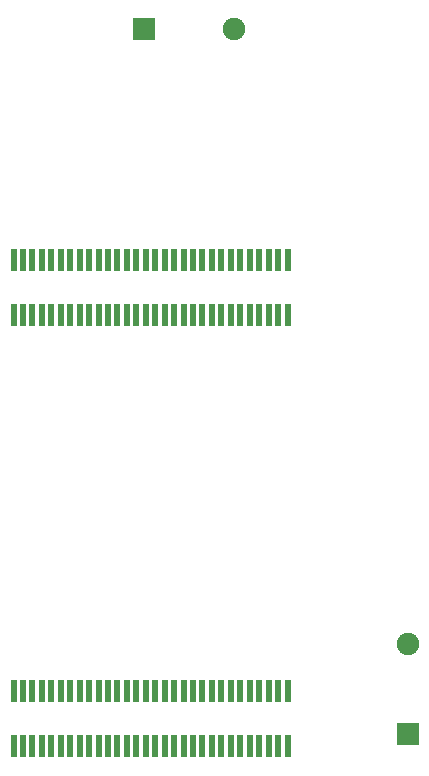
<source format=gbs>
G04*
G04 #@! TF.GenerationSoftware,Altium Limited,Altium Designer,22.1.2 (22)*
G04*
G04 Layer_Color=16711935*
%FSLAX25Y25*%
%MOIN*%
G70*
G04*
G04 #@! TF.SameCoordinates,691D6CEF-7681-4429-9CE0-D2776B591AA1*
G04*
G04*
G04 #@! TF.FilePolarity,Negative*
G04*
G01*
G75*
%ADD29C,0.07493*%
%ADD30R,0.07493X0.07493*%
%ADD31R,0.07493X0.07493*%
%ADD39R,0.02178X0.07493*%
D29*
X83500Y86000D02*
D03*
X141500Y-119000D02*
D03*
D30*
X53500Y86000D02*
D03*
D31*
X141500Y-149000D02*
D03*
D39*
X9941Y-134449D02*
D03*
X13091D02*
D03*
X16240Y-134449D02*
D03*
X19390D02*
D03*
X22539D02*
D03*
X25689Y-134449D02*
D03*
X28839D02*
D03*
X31988D02*
D03*
X35138D02*
D03*
X38287Y-134449D02*
D03*
X41437Y-134449D02*
D03*
X44587D02*
D03*
X47736D02*
D03*
X50886D02*
D03*
X54035D02*
D03*
X57185Y-134449D02*
D03*
X60335Y-134449D02*
D03*
X63484D02*
D03*
X66634D02*
D03*
X69784D02*
D03*
X72933D02*
D03*
X76083Y-134449D02*
D03*
X79232D02*
D03*
X82382Y-134449D02*
D03*
X85532D02*
D03*
X88681D02*
D03*
X91831Y-134449D02*
D03*
X94980D02*
D03*
X98130D02*
D03*
X101279Y-152953D02*
D03*
X98130D02*
D03*
X94980D02*
D03*
X91831D02*
D03*
X88681D02*
D03*
X85532D02*
D03*
X82382D02*
D03*
X79232D02*
D03*
X76083D02*
D03*
X72933D02*
D03*
X69784D02*
D03*
X66634D02*
D03*
X63484D02*
D03*
X60335D02*
D03*
X57185D02*
D03*
X54035D02*
D03*
X50886D02*
D03*
X47736D02*
D03*
X44587D02*
D03*
X41437D02*
D03*
X38287D02*
D03*
X35138D02*
D03*
X31988D02*
D03*
X28839D02*
D03*
X25689D02*
D03*
X22539D02*
D03*
X19390D02*
D03*
X16240D02*
D03*
X13091D02*
D03*
X9941D02*
D03*
X101279Y-134449D02*
D03*
X9941Y9252D02*
D03*
X13091D02*
D03*
X16240Y9252D02*
D03*
X19390D02*
D03*
X22539D02*
D03*
X25689Y9252D02*
D03*
X28839D02*
D03*
X31988D02*
D03*
X35138D02*
D03*
X38287Y9252D02*
D03*
X41437Y9252D02*
D03*
X44587D02*
D03*
X47736D02*
D03*
X50886D02*
D03*
X54035D02*
D03*
X57185Y9252D02*
D03*
X60335Y9252D02*
D03*
X63484D02*
D03*
X66634D02*
D03*
X69784D02*
D03*
X72933D02*
D03*
X76083Y9252D02*
D03*
X79232D02*
D03*
X82382Y9252D02*
D03*
X85532D02*
D03*
X88681D02*
D03*
X91831Y9252D02*
D03*
X94980D02*
D03*
X98130D02*
D03*
X101279Y-9252D02*
D03*
X98130D02*
D03*
X94980D02*
D03*
X91831D02*
D03*
X88681D02*
D03*
X85532D02*
D03*
X82382D02*
D03*
X79232D02*
D03*
X76083D02*
D03*
X72933D02*
D03*
X69784D02*
D03*
X66634D02*
D03*
X63484D02*
D03*
X60335D02*
D03*
X57185D02*
D03*
X54035D02*
D03*
X50886D02*
D03*
X47736D02*
D03*
X44587D02*
D03*
X41437D02*
D03*
X38287D02*
D03*
X35138D02*
D03*
X31988D02*
D03*
X28839D02*
D03*
X25689D02*
D03*
X22539D02*
D03*
X19390D02*
D03*
X16240D02*
D03*
X13091D02*
D03*
X9941D02*
D03*
X101279Y9252D02*
D03*
M02*

</source>
